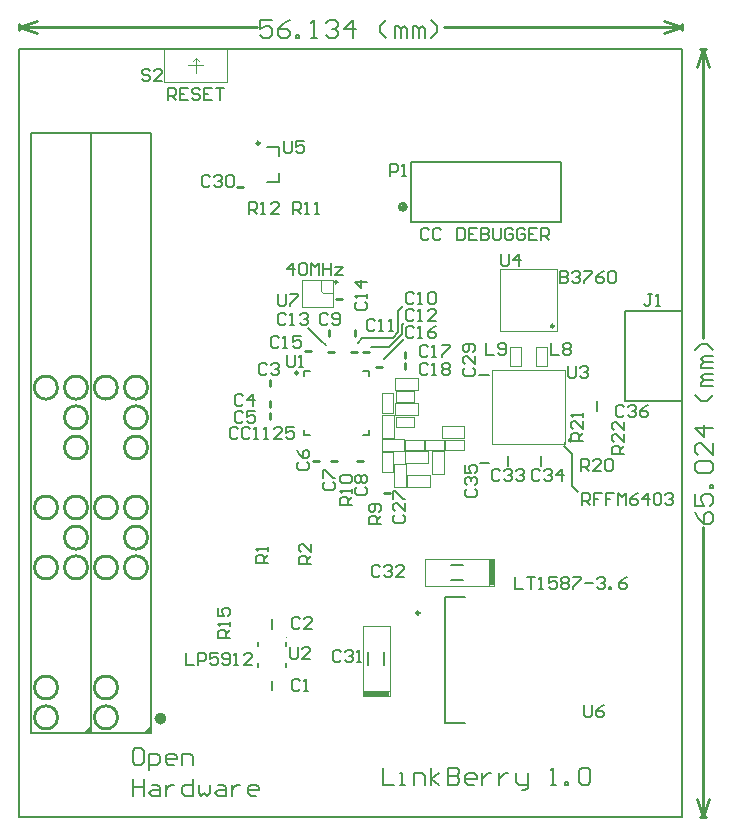
<source format=gto>
G04 Layer_Color=65535*
%FSLAX44Y44*%
%MOMM*%
G71*
G01*
G75*
%ADD42C,0.2540*%
%ADD45C,0.1778*%
%ADD49C,0.5080*%
%ADD53C,0.1524*%
%ADD73C,0.1000*%
%ADD74C,0.2500*%
%ADD75C,0.1270*%
%ADD76C,0.0600*%
%ADD77C,0.0800*%
%ADD78C,0.1400*%
%ADD79C,0.0500*%
%ADD80C,0.2000*%
%ADD81C,0.1500*%
%ADD82C,0.2032*%
%ADD83R,0.4500X2.2860*%
%ADD84R,2.2860X0.4500*%
D42*
X345050Y632500D02*
G03*
X345050Y632500I-9750J0D01*
G01*
Y581700D02*
G03*
X345050Y581700I-9750J0D01*
G01*
X395850D02*
G03*
X395850Y581700I-9750J0D01*
G01*
Y632500D02*
G03*
X395850Y632500I-9750J0D01*
G01*
X345080Y454810D02*
G03*
X345080Y454810I-9750J0D01*
G01*
Y480060D02*
G03*
X345080Y480060I-9750J0D01*
G01*
X395830D02*
G03*
X395830Y480060I-9750J0D01*
G01*
Y454810D02*
G03*
X395830Y454810I-9750J0D01*
G01*
X638207Y887000D02*
G03*
X638207Y887000I-707J0D01*
G01*
X640510D02*
G03*
X640510Y887000I-3010J0D01*
G01*
X780000Y689500D02*
G03*
X780000Y689500I-1000J0D01*
G01*
X765450Y786090D02*
G03*
X765450Y786090I-1270J0D01*
G01*
X581901Y823250D02*
G03*
X581837Y822915I-901J0D01*
G01*
X421250Y581750D02*
G03*
X421250Y581750I-9750J0D01*
G01*
Y607000D02*
G03*
X421250Y607000I-9750J0D01*
G01*
Y632500D02*
G03*
X421250Y632500I-9750J0D01*
G01*
Y683250D02*
G03*
X421250Y683250I-9750J0D01*
G01*
Y708750D02*
G03*
X421250Y708750I-9750J0D01*
G01*
Y734000D02*
G03*
X421250Y734000I-9750J0D01*
G01*
X395750D02*
G03*
X395750Y734000I-9750J0D01*
G01*
X345000D02*
G03*
X345000Y734000I-9750J0D01*
G01*
X370500D02*
G03*
X370500Y734000I-9750J0D01*
G01*
Y708750D02*
G03*
X370500Y708750I-9750J0D01*
G01*
Y683250D02*
G03*
X370500Y683250I-9750J0D01*
G01*
Y632500D02*
G03*
X370500Y632500I-9750J0D01*
G01*
Y607000D02*
G03*
X370500Y607000I-9750J0D01*
G01*
Y581750D02*
G03*
X370500Y581750I-9750J0D01*
G01*
X497210Y903748D02*
X502290D01*
X580710Y808748D02*
X585790D01*
X554460Y765248D02*
X559540D01*
X603710Y764502D02*
X608790D01*
X593210Y764498D02*
X598290D01*
X574210D02*
X579290D01*
X596748Y777960D02*
Y783040D01*
X575248Y777960D02*
Y783040D01*
X614960Y751752D02*
X620040D01*
X639502Y758960D02*
Y764040D01*
Y749960D02*
Y755040D01*
X524748Y717460D02*
Y722540D01*
Y707460D02*
Y712540D01*
X524748Y735710D02*
Y740790D01*
X561210Y672160D02*
X566290D01*
X576960D02*
X582040D01*
X598960Y672252D02*
X604040D01*
X621460Y645002D02*
X626540D01*
X312420Y1038987D02*
X514120D01*
X672060D02*
X873760D01*
X312420D02*
X327660Y1044067D01*
X312420Y1038987D02*
X327660Y1033907D01*
X858520Y1044067D02*
X873760Y1038987D01*
X858520Y1033907D02*
X873760Y1038987D01*
X312420Y1036447D02*
Y1041527D01*
X873760Y1036447D02*
Y1041527D01*
X891286Y370840D02*
Y615721D01*
Y776199D02*
Y1021080D01*
X886206Y386080D02*
X891286Y370840D01*
X896366Y386080D01*
X886206Y1005840D02*
X891286Y1021080D01*
X896366Y1005840D01*
X888746Y370840D02*
X893826D01*
X888746Y1021080D02*
X893826D01*
D45*
X498271Y698964D02*
X496578Y700657D01*
X493193D01*
X491500Y698964D01*
Y692193D01*
X493193Y690500D01*
X496578D01*
X498271Y692193D01*
X508428Y698964D02*
X506735Y700657D01*
X503349D01*
X501657Y698964D01*
Y692193D01*
X503349Y690500D01*
X506735D01*
X508428Y692193D01*
X511814Y690500D02*
X515199D01*
X513506D01*
Y700657D01*
X511814Y698964D01*
X520277Y690500D02*
X523663D01*
X521970D01*
Y700657D01*
X520277Y698964D01*
X535513Y690500D02*
X528741D01*
X535513Y697271D01*
Y698964D01*
X533820Y700657D01*
X530434D01*
X528741Y698964D01*
X545669Y700657D02*
X538898D01*
Y695578D01*
X542284Y697271D01*
X543976D01*
X545669Y695578D01*
Y692193D01*
X543976Y690500D01*
X540591D01*
X538898Y692193D01*
X539000Y761657D02*
Y753193D01*
X540693Y751500D01*
X544078D01*
X545771Y753193D01*
Y761657D01*
X549157Y751500D02*
X552542D01*
X550849D01*
Y761657D01*
X549157Y759964D01*
X454000Y509157D02*
Y499000D01*
X460771D01*
X464157D02*
Y509157D01*
X469235D01*
X470928Y507464D01*
Y504078D01*
X469235Y502386D01*
X464157D01*
X481085Y509157D02*
X474314D01*
Y504078D01*
X477699Y505771D01*
X479392D01*
X481085Y504078D01*
Y500693D01*
X479392Y499000D01*
X476006D01*
X474314Y500693D01*
X484470D02*
X486163Y499000D01*
X489548D01*
X491241Y500693D01*
Y507464D01*
X489548Y509157D01*
X486163D01*
X484470Y507464D01*
Y505771D01*
X486163Y504078D01*
X491241D01*
X494627Y499000D02*
X498013D01*
X496320D01*
Y509157D01*
X494627Y507464D01*
X509862Y499000D02*
X503091D01*
X509862Y505771D01*
Y507464D01*
X508169Y509157D01*
X504784D01*
X503091Y507464D01*
X541750Y514407D02*
Y505943D01*
X543443Y504250D01*
X546828D01*
X548521Y505943D01*
Y514407D01*
X558678Y504250D02*
X551907D01*
X558678Y511021D01*
Y512714D01*
X556985Y514407D01*
X553600D01*
X551907Y512714D01*
X537000Y942657D02*
Y934193D01*
X538693Y932500D01*
X542078D01*
X543771Y934193D01*
Y942657D01*
X553928D02*
X547157D01*
Y937578D01*
X550542Y939271D01*
X552235D01*
X553928Y937578D01*
Y934193D01*
X552235Y932500D01*
X548849D01*
X547157Y934193D01*
X423021Y1001714D02*
X421328Y1003407D01*
X417943D01*
X416250Y1001714D01*
Y1000021D01*
X417943Y998328D01*
X421328D01*
X423021Y996636D01*
Y994943D01*
X421328Y993250D01*
X417943D01*
X416250Y994943D01*
X433178Y993250D02*
X426407D01*
X433178Y1000021D01*
Y1001714D01*
X431485Y1003407D01*
X428100D01*
X426407Y1001714D01*
X825000Y678000D02*
X814843D01*
Y683078D01*
X816536Y684771D01*
X819922D01*
X821614Y683078D01*
Y678000D01*
Y681386D02*
X825000Y684771D01*
Y694928D02*
Y688157D01*
X818229Y694928D01*
X816536D01*
X814843Y693235D01*
Y689849D01*
X816536Y688157D01*
X825000Y705085D02*
Y698313D01*
X818229Y705085D01*
X816536D01*
X814843Y703392D01*
Y700006D01*
X816536Y698313D01*
X790000Y688500D02*
X779843D01*
Y693578D01*
X781536Y695271D01*
X784922D01*
X786614Y693578D01*
Y688500D01*
Y691886D02*
X790000Y695271D01*
Y705428D02*
Y698657D01*
X783229Y705428D01*
X781536D01*
X779843Y703735D01*
Y700350D01*
X781536Y698657D01*
X790000Y708813D02*
Y712199D01*
Y710506D01*
X779843D01*
X781536Y708813D01*
X788000Y663500D02*
Y673657D01*
X793078D01*
X794771Y671964D01*
Y668578D01*
X793078Y666886D01*
X788000D01*
X791386D02*
X794771Y663500D01*
X804928D02*
X798157D01*
X804928Y670271D01*
Y671964D01*
X803235Y673657D01*
X799849D01*
X798157Y671964D01*
X808313D02*
X810006Y673657D01*
X813392D01*
X815085Y671964D01*
Y665193D01*
X813392Y663500D01*
X810006D01*
X808313Y665193D01*
Y671964D01*
X507250Y881000D02*
Y891157D01*
X512328D01*
X514021Y889464D01*
Y886078D01*
X512328Y884386D01*
X507250D01*
X510636D02*
X514021Y881000D01*
X517407D02*
X520792D01*
X519100D01*
Y891157D01*
X517407Y889464D01*
X532642Y881000D02*
X525871D01*
X532642Y887771D01*
Y889464D01*
X530949Y891157D01*
X527563D01*
X525871Y889464D01*
X544250Y881000D02*
Y891157D01*
X549328D01*
X551021Y889464D01*
Y886078D01*
X549328Y884386D01*
X544250D01*
X547636D02*
X551021Y881000D01*
X554407D02*
X557792D01*
X556100D01*
Y891157D01*
X554407Y889464D01*
X562871Y881000D02*
X566256D01*
X564563D01*
Y891157D01*
X562871Y889464D01*
X618750Y618500D02*
X608593D01*
Y623578D01*
X610286Y625271D01*
X613672D01*
X615364Y623578D01*
Y618500D01*
Y621886D02*
X618750Y625271D01*
X617057Y628657D02*
X618750Y630350D01*
Y633735D01*
X617057Y635428D01*
X610286D01*
X608593Y633735D01*
Y630350D01*
X610286Y628657D01*
X611979D01*
X613672Y630350D01*
Y635428D01*
X707750Y771657D02*
Y761500D01*
X714521D01*
X717907Y763193D02*
X719600Y761500D01*
X722985D01*
X724678Y763193D01*
Y769964D01*
X722985Y771657D01*
X719600D01*
X717907Y769964D01*
Y768271D01*
X719600Y766578D01*
X724678D01*
X763250Y771407D02*
Y761250D01*
X770021D01*
X773407Y769714D02*
X775099Y771407D01*
X778485D01*
X780178Y769714D01*
Y768021D01*
X778485Y766328D01*
X780178Y764636D01*
Y762943D01*
X778485Y761250D01*
X775099D01*
X773407Y762943D01*
Y764636D01*
X775099Y766328D01*
X773407Y768021D01*
Y769714D01*
X775099Y766328D02*
X778485D01*
X824771Y717714D02*
X823078Y719407D01*
X819693D01*
X818000Y717714D01*
Y710943D01*
X819693Y709250D01*
X823078D01*
X824771Y710943D01*
X828157Y717714D02*
X829849Y719407D01*
X833235D01*
X834928Y717714D01*
Y716021D01*
X833235Y714328D01*
X831542D01*
X833235D01*
X834928Y712636D01*
Y710943D01*
X833235Y709250D01*
X829849D01*
X828157Y710943D01*
X845085Y719407D02*
X841699Y717714D01*
X838313Y714328D01*
Y710943D01*
X840006Y709250D01*
X843392D01*
X845085Y710943D01*
Y712636D01*
X843392Y714328D01*
X838313D01*
X691786Y647771D02*
X690093Y646078D01*
Y642693D01*
X691786Y641000D01*
X698557D01*
X700250Y642693D01*
Y646078D01*
X698557Y647771D01*
X691786Y651157D02*
X690093Y652850D01*
Y656235D01*
X691786Y657928D01*
X693479D01*
X695172Y656235D01*
Y654542D01*
Y656235D01*
X696864Y657928D01*
X698557D01*
X700250Y656235D01*
Y652850D01*
X698557Y651157D01*
X690093Y668085D02*
Y661313D01*
X695172D01*
X693479Y664699D01*
Y666392D01*
X695172Y668085D01*
X698557D01*
X700250Y666392D01*
Y663006D01*
X698557Y661313D01*
X753771Y663464D02*
X752078Y665157D01*
X748693D01*
X747000Y663464D01*
Y656693D01*
X748693Y655000D01*
X752078D01*
X753771Y656693D01*
X757157Y663464D02*
X758849Y665157D01*
X762235D01*
X763928Y663464D01*
Y661771D01*
X762235Y660078D01*
X760542D01*
X762235D01*
X763928Y658386D01*
Y656693D01*
X762235Y655000D01*
X758849D01*
X757157Y656693D01*
X772392Y655000D02*
Y665157D01*
X767314Y660078D01*
X774085D01*
X720021Y662964D02*
X718328Y664657D01*
X714943D01*
X713250Y662964D01*
Y656193D01*
X714943Y654500D01*
X718328D01*
X720021Y656193D01*
X723407Y662964D02*
X725099Y664657D01*
X728485D01*
X730178Y662964D01*
Y661271D01*
X728485Y659578D01*
X726792D01*
X728485D01*
X730178Y657886D01*
Y656193D01*
X728485Y654500D01*
X725099D01*
X723407Y656193D01*
X733564Y662964D02*
X735256Y664657D01*
X738642D01*
X740335Y662964D01*
Y661271D01*
X738642Y659578D01*
X736949D01*
X738642D01*
X740335Y657886D01*
Y656193D01*
X738642Y654500D01*
X735256D01*
X733564Y656193D01*
X617771Y581964D02*
X616078Y583657D01*
X612693D01*
X611000Y581964D01*
Y575193D01*
X612693Y573500D01*
X616078D01*
X617771Y575193D01*
X621157Y581964D02*
X622850Y583657D01*
X626235D01*
X627928Y581964D01*
Y580271D01*
X626235Y578578D01*
X624542D01*
X626235D01*
X627928Y576886D01*
Y575193D01*
X626235Y573500D01*
X622850D01*
X621157Y575193D01*
X638085Y573500D02*
X631313D01*
X638085Y580271D01*
Y581964D01*
X636392Y583657D01*
X633006D01*
X631313Y581964D01*
X584771Y509714D02*
X583078Y511407D01*
X579693D01*
X578000Y509714D01*
Y502943D01*
X579693Y501250D01*
X583078D01*
X584771Y502943D01*
X588157Y509714D02*
X589850Y511407D01*
X593235D01*
X594928Y509714D01*
Y508021D01*
X593235Y506328D01*
X591542D01*
X593235D01*
X594928Y504636D01*
Y502943D01*
X593235Y501250D01*
X589850D01*
X588157Y502943D01*
X598313Y501250D02*
X601699D01*
X600006D01*
Y511407D01*
X598313Y509714D01*
X474271Y912714D02*
X472578Y914407D01*
X469193D01*
X467500Y912714D01*
Y905943D01*
X469193Y904250D01*
X472578D01*
X474271Y905943D01*
X477657Y912714D02*
X479350Y914407D01*
X482735D01*
X484428Y912714D01*
Y911021D01*
X482735Y909328D01*
X481042D01*
X482735D01*
X484428Y907636D01*
Y905943D01*
X482735Y904250D01*
X479350D01*
X477657Y905943D01*
X487813Y912714D02*
X489506Y914407D01*
X492892D01*
X494585Y912714D01*
Y905943D01*
X492892Y904250D01*
X489506D01*
X487813Y905943D01*
Y912714D01*
X631036Y626521D02*
X629343Y624828D01*
Y621443D01*
X631036Y619750D01*
X637807D01*
X639500Y621443D01*
Y624828D01*
X637807Y626521D01*
X639500Y636678D02*
Y629907D01*
X632729Y636678D01*
X631036D01*
X629343Y634985D01*
Y631600D01*
X631036Y629907D01*
X629343Y640063D02*
Y646835D01*
X631036D01*
X637807Y640063D01*
X639500D01*
X848521Y813157D02*
X845136D01*
X846828D01*
Y804693D01*
X845136Y803000D01*
X843443D01*
X841750Y804693D01*
X851907Y803000D02*
X855292D01*
X853599D01*
Y813157D01*
X851907Y811464D01*
X732250Y573407D02*
Y563250D01*
X739021D01*
X742407Y573407D02*
X749178D01*
X745792D01*
Y563250D01*
X752563D02*
X755949D01*
X754256D01*
Y573407D01*
X752563Y571714D01*
X767798Y573407D02*
X761027D01*
Y568328D01*
X764413Y570021D01*
X766106D01*
X767798Y568328D01*
Y564943D01*
X766106Y563250D01*
X762720D01*
X761027Y564943D01*
X771184Y571714D02*
X772877Y573407D01*
X776263D01*
X777955Y571714D01*
Y570021D01*
X776263Y568328D01*
X777955Y566636D01*
Y564943D01*
X776263Y563250D01*
X772877D01*
X771184Y564943D01*
Y566636D01*
X772877Y568328D01*
X771184Y570021D01*
Y571714D01*
X772877Y568328D02*
X776263D01*
X781341Y573407D02*
X788112D01*
Y571714D01*
X781341Y564943D01*
Y563250D01*
X791498Y568328D02*
X798269D01*
X801654Y571714D02*
X803347Y573407D01*
X806733D01*
X808425Y571714D01*
Y570021D01*
X806733Y568328D01*
X805040D01*
X806733D01*
X808425Y566636D01*
Y564943D01*
X806733Y563250D01*
X803347D01*
X801654Y564943D01*
X811811Y563250D02*
Y564943D01*
X813504D01*
Y563250D01*
X811811D01*
X827046Y573407D02*
X823661Y571714D01*
X820275Y568328D01*
Y564943D01*
X821968Y563250D01*
X825353D01*
X827046Y564943D01*
Y566636D01*
X825353Y568328D01*
X820275D01*
X790500Y464907D02*
Y456443D01*
X792193Y454750D01*
X795578D01*
X797271Y456443D01*
Y464907D01*
X807428D02*
X804042Y463214D01*
X800657Y459828D01*
Y456443D01*
X802349Y454750D01*
X805735D01*
X807428Y456443D01*
Y458136D01*
X805735Y459828D01*
X800657D01*
X659271Y867714D02*
X657578Y869407D01*
X654193D01*
X652500Y867714D01*
Y860943D01*
X654193Y859250D01*
X657578D01*
X659271Y860943D01*
X669428Y867714D02*
X667735Y869407D01*
X664350D01*
X662657Y867714D01*
Y860943D01*
X664350Y859250D01*
X667735D01*
X669428Y860943D01*
X682970Y869407D02*
Y859250D01*
X688048D01*
X689741Y860943D01*
Y867714D01*
X688048Y869407D01*
X682970D01*
X699898D02*
X693127D01*
Y859250D01*
X699898D01*
X693127Y864328D02*
X696513D01*
X703284Y869407D02*
Y859250D01*
X708362D01*
X710055Y860943D01*
Y862636D01*
X708362Y864328D01*
X703284D01*
X708362D01*
X710055Y866021D01*
Y867714D01*
X708362Y869407D01*
X703284D01*
X713440D02*
Y860943D01*
X715133Y859250D01*
X718519D01*
X720211Y860943D01*
Y869407D01*
X730368Y867714D02*
X728675Y869407D01*
X725290D01*
X723597Y867714D01*
Y860943D01*
X725290Y859250D01*
X728675D01*
X730368Y860943D01*
Y864328D01*
X726983D01*
X740525Y867714D02*
X738832Y869407D01*
X735447D01*
X733754Y867714D01*
Y860943D01*
X735447Y859250D01*
X738832D01*
X740525Y860943D01*
Y864328D01*
X737139D01*
X750682Y869407D02*
X743911D01*
Y859250D01*
X750682D01*
X743911Y864328D02*
X747296D01*
X754067Y859250D02*
Y869407D01*
X759146D01*
X760838Y867714D01*
Y864328D01*
X759146Y862636D01*
X754067D01*
X757453D02*
X760838Y859250D01*
X627000Y912750D02*
Y922907D01*
X632078D01*
X633771Y921214D01*
Y917828D01*
X632078Y916136D01*
X627000D01*
X637157Y912750D02*
X640542D01*
X638849D01*
Y922907D01*
X637157Y921214D01*
X559500Y584500D02*
X549343D01*
Y589578D01*
X551036Y591271D01*
X554422D01*
X556115Y589578D01*
Y584500D01*
Y587886D02*
X559500Y591271D01*
Y601428D02*
Y594657D01*
X552729Y601428D01*
X551036D01*
X549343Y599735D01*
Y596349D01*
X551036Y594657D01*
X523250Y585750D02*
X513093D01*
Y590828D01*
X514786Y592521D01*
X518172D01*
X519865Y590828D01*
Y585750D01*
Y589136D02*
X523250Y592521D01*
Y595907D02*
Y599292D01*
Y597599D01*
X513093D01*
X514786Y595907D01*
X594000Y634750D02*
X583843D01*
Y639828D01*
X585536Y641521D01*
X588922D01*
X590614Y639828D01*
Y634750D01*
Y638136D02*
X594000Y641521D01*
Y644907D02*
Y648292D01*
Y646600D01*
X583843D01*
X585536Y644907D01*
Y653371D02*
X583843Y655063D01*
Y658449D01*
X585536Y660142D01*
X592307D01*
X594000Y658449D01*
Y655063D01*
X592307Y653371D01*
X585536D01*
X550021Y485714D02*
X548328Y487407D01*
X544943D01*
X543250Y485714D01*
Y478943D01*
X544943Y477250D01*
X548328D01*
X550021Y478943D01*
X553407Y477250D02*
X556792D01*
X555099D01*
Y487407D01*
X553407Y485714D01*
X550021Y537714D02*
X548328Y539407D01*
X544943D01*
X543250Y537714D01*
Y530943D01*
X544943Y529250D01*
X548328D01*
X550021Y530943D01*
X560178Y529250D02*
X553407D01*
X560178Y536021D01*
Y537714D01*
X558485Y539407D01*
X555099D01*
X553407Y537714D01*
X522521Y752964D02*
X520828Y754657D01*
X517443D01*
X515750Y752964D01*
Y746193D01*
X517443Y744500D01*
X520828D01*
X522521Y746193D01*
X525907Y752964D02*
X527599Y754657D01*
X530985D01*
X532678Y752964D01*
Y751271D01*
X530985Y749578D01*
X529292D01*
X530985D01*
X532678Y747886D01*
Y746193D01*
X530985Y744500D01*
X527599D01*
X525907Y746193D01*
X502521Y726964D02*
X500828Y728657D01*
X497443D01*
X495750Y726964D01*
Y720193D01*
X497443Y718500D01*
X500828D01*
X502521Y720193D01*
X510985Y718500D02*
Y728657D01*
X505907Y723578D01*
X512678D01*
X502521Y712464D02*
X500828Y714157D01*
X497443D01*
X495750Y712464D01*
Y705693D01*
X497443Y704000D01*
X500828D01*
X502521Y705693D01*
X512678Y714157D02*
X505907D01*
Y709078D01*
X509292Y710771D01*
X510985D01*
X512678Y709078D01*
Y705693D01*
X510985Y704000D01*
X507599D01*
X505907Y705693D01*
X549286Y670771D02*
X547593Y669078D01*
Y665693D01*
X549286Y664000D01*
X556057D01*
X557750Y665693D01*
Y669078D01*
X556057Y670771D01*
X547593Y680928D02*
X549286Y677542D01*
X552672Y674157D01*
X556057D01*
X557750Y675850D01*
Y679235D01*
X556057Y680928D01*
X554364D01*
X552672Y679235D01*
Y674157D01*
X571786Y654271D02*
X570093Y652578D01*
Y649193D01*
X571786Y647500D01*
X578557D01*
X580250Y649193D01*
Y652578D01*
X578557Y654271D01*
X570093Y657657D02*
Y664428D01*
X571786D01*
X578557Y657657D01*
X580250D01*
X599036Y650021D02*
X597343Y648328D01*
Y644943D01*
X599036Y643250D01*
X605807D01*
X607500Y644943D01*
Y648328D01*
X605807Y650021D01*
X599036Y653407D02*
X597343Y655099D01*
Y658485D01*
X599036Y660178D01*
X600729D01*
X602422Y658485D01*
X604114Y660178D01*
X605807D01*
X607500Y658485D01*
Y655099D01*
X605807Y653407D01*
X604114D01*
X602422Y655099D01*
X600729Y653407D01*
X599036D01*
X602422Y655099D02*
Y658485D01*
X573771Y795714D02*
X572078Y797407D01*
X568693D01*
X567000Y795714D01*
Y788943D01*
X568693Y787250D01*
X572078D01*
X573771Y788943D01*
X577157D02*
X578849Y787250D01*
X582235D01*
X583928Y788943D01*
Y795714D01*
X582235Y797407D01*
X578849D01*
X577157Y795714D01*
Y794021D01*
X578849Y792328D01*
X583928D01*
X646521Y812964D02*
X644828Y814657D01*
X641443D01*
X639750Y812964D01*
Y806193D01*
X641443Y804500D01*
X644828D01*
X646521Y806193D01*
X649907Y804500D02*
X653292D01*
X651600D01*
Y814657D01*
X649907Y812964D01*
X658371D02*
X660063Y814657D01*
X663449D01*
X665142Y812964D01*
Y806193D01*
X663449Y804500D01*
X660063D01*
X658371Y806193D01*
Y812964D01*
X614271Y790464D02*
X612578Y792157D01*
X609193D01*
X607500Y790464D01*
Y783693D01*
X609193Y782000D01*
X612578D01*
X614271Y783693D01*
X617657Y782000D02*
X621042D01*
X619350D01*
Y792157D01*
X617657Y790464D01*
X626121Y782000D02*
X629506D01*
X627813D01*
Y792157D01*
X626121Y790464D01*
X646771Y798464D02*
X645078Y800157D01*
X641693D01*
X640000Y798464D01*
Y791693D01*
X641693Y790000D01*
X645078D01*
X646771Y791693D01*
X650157Y790000D02*
X653542D01*
X651850D01*
Y800157D01*
X650157Y798464D01*
X665392Y790000D02*
X658621D01*
X665392Y796771D01*
Y798464D01*
X663699Y800157D01*
X660313D01*
X658621Y798464D01*
X538771Y795714D02*
X537078Y797407D01*
X533693D01*
X532000Y795714D01*
Y788943D01*
X533693Y787250D01*
X537078D01*
X538771Y788943D01*
X542157Y787250D02*
X545542D01*
X543849D01*
Y797407D01*
X542157Y795714D01*
X550621D02*
X552313Y797407D01*
X555699D01*
X557392Y795714D01*
Y794021D01*
X555699Y792328D01*
X554006D01*
X555699D01*
X557392Y790636D01*
Y788943D01*
X555699Y787250D01*
X552313D01*
X550621Y788943D01*
X598286Y806271D02*
X596593Y804578D01*
Y801193D01*
X598286Y799500D01*
X605057D01*
X606750Y801193D01*
Y804578D01*
X605057Y806271D01*
X606750Y809657D02*
Y813042D01*
Y811349D01*
X596593D01*
X598286Y809657D01*
X606750Y823199D02*
X596593D01*
X601672Y818121D01*
Y824892D01*
X533021Y775714D02*
X531328Y777407D01*
X527943D01*
X526250Y775714D01*
Y768943D01*
X527943Y767250D01*
X531328D01*
X533021Y768943D01*
X536407Y767250D02*
X539792D01*
X538100D01*
Y777407D01*
X536407Y775714D01*
X551642Y777407D02*
X544871D01*
Y772328D01*
X548256Y774021D01*
X549949D01*
X551642Y772328D01*
Y768943D01*
X549949Y767250D01*
X546563D01*
X544871Y768943D01*
X647021Y784214D02*
X645328Y785907D01*
X641943D01*
X640250Y784214D01*
Y777443D01*
X641943Y775750D01*
X645328D01*
X647021Y777443D01*
X650407Y775750D02*
X653792D01*
X652100D01*
Y785907D01*
X650407Y784214D01*
X665642Y785907D02*
X662256Y784214D01*
X658871Y780828D01*
Y777443D01*
X660563Y775750D01*
X663949D01*
X665642Y777443D01*
Y779136D01*
X663949Y780828D01*
X658871D01*
X658771Y767964D02*
X657078Y769657D01*
X653693D01*
X652000Y767964D01*
Y761193D01*
X653693Y759500D01*
X657078D01*
X658771Y761193D01*
X662157Y759500D02*
X665542D01*
X663849D01*
Y769657D01*
X662157Y767964D01*
X670621Y769657D02*
X677392D01*
Y767964D01*
X670621Y761193D01*
Y759500D01*
X658771Y752964D02*
X657078Y754657D01*
X653693D01*
X652000Y752964D01*
Y746193D01*
X653693Y744500D01*
X657078D01*
X658771Y746193D01*
X662157Y744500D02*
X665542D01*
X663849D01*
Y754657D01*
X662157Y752964D01*
X670621D02*
X672313Y754657D01*
X675699D01*
X677392Y752964D01*
Y751271D01*
X675699Y749578D01*
X677392Y747886D01*
Y746193D01*
X675699Y744500D01*
X672313D01*
X670621Y746193D01*
Y747886D01*
X672313Y749578D01*
X670621Y751271D01*
Y752964D01*
X672313Y749578D02*
X675699D01*
X491250Y522250D02*
X481093D01*
Y527328D01*
X482786Y529021D01*
X486172D01*
X487864Y527328D01*
Y522250D01*
Y525636D02*
X491250Y529021D01*
Y532407D02*
Y535792D01*
Y534100D01*
X481093D01*
X482786Y532407D01*
X481093Y547642D02*
Y540871D01*
X486172D01*
X484479Y544256D01*
Y545949D01*
X486172Y547642D01*
X489557D01*
X491250Y545949D01*
Y542564D01*
X489557Y540871D01*
X531750Y812907D02*
Y804443D01*
X533443Y802750D01*
X536828D01*
X538521Y804443D01*
Y812907D01*
X541907D02*
X548678D01*
Y811214D01*
X541907Y804443D01*
Y802750D01*
X788750Y634500D02*
Y644657D01*
X793828D01*
X795521Y642964D01*
Y639578D01*
X793828Y637886D01*
X788750D01*
X792136D02*
X795521Y634500D01*
X805678Y644657D02*
X798907D01*
Y639578D01*
X802292D01*
X798907D01*
Y634500D01*
X815835Y644657D02*
X809063D01*
Y639578D01*
X812449D01*
X809063D01*
Y634500D01*
X819220D02*
Y644657D01*
X822606Y641271D01*
X825991Y644657D01*
Y634500D01*
X836148Y644657D02*
X832763Y642964D01*
X829377Y639578D01*
Y636193D01*
X831070Y634500D01*
X834455D01*
X836148Y636193D01*
Y637886D01*
X834455Y639578D01*
X829377D01*
X844612Y634500D02*
Y644657D01*
X839534Y639578D01*
X846305D01*
X849690Y642964D02*
X851383Y644657D01*
X854769D01*
X856461Y642964D01*
Y636193D01*
X854769Y634500D01*
X851383D01*
X849690Y636193D01*
Y642964D01*
X859847D02*
X861540Y644657D01*
X864925D01*
X866618Y642964D01*
Y641271D01*
X864925Y639578D01*
X863233D01*
X864925D01*
X866618Y637886D01*
Y636193D01*
X864925Y634500D01*
X861540D01*
X859847Y636193D01*
X777500Y751907D02*
Y743443D01*
X779193Y741750D01*
X782578D01*
X784271Y743443D01*
Y751907D01*
X787657Y750214D02*
X789350Y751907D01*
X792735D01*
X794428Y750214D01*
Y748521D01*
X792735Y746828D01*
X791042D01*
X792735D01*
X794428Y745136D01*
Y743443D01*
X792735Y741750D01*
X789350D01*
X787657Y743443D01*
X690286Y750271D02*
X688593Y748578D01*
Y745193D01*
X690286Y743500D01*
X697057D01*
X698750Y745193D01*
Y748578D01*
X697057Y750271D01*
X698750Y760428D02*
Y753657D01*
X691979Y760428D01*
X690286D01*
X688593Y758735D01*
Y755350D01*
X690286Y753657D01*
X697057Y763813D02*
X698750Y765506D01*
Y768892D01*
X697057Y770585D01*
X690286D01*
X688593Y768892D01*
Y765506D01*
X690286Y763813D01*
X691979D01*
X693672Y765506D01*
Y770585D01*
X770750Y832407D02*
Y822250D01*
X775828D01*
X777521Y823943D01*
Y825636D01*
X775828Y827328D01*
X770750D01*
X775828D01*
X777521Y829021D01*
Y830714D01*
X775828Y832407D01*
X770750D01*
X780907Y830714D02*
X782599Y832407D01*
X785985D01*
X787678Y830714D01*
Y829021D01*
X785985Y827328D01*
X784292D01*
X785985D01*
X787678Y825636D01*
Y823943D01*
X785985Y822250D01*
X782599D01*
X780907Y823943D01*
X791063Y832407D02*
X797835D01*
Y830714D01*
X791063Y823943D01*
Y822250D01*
X807991Y832407D02*
X804606Y830714D01*
X801220Y827328D01*
Y823943D01*
X802913Y822250D01*
X806299D01*
X807991Y823943D01*
Y825636D01*
X806299Y827328D01*
X801220D01*
X811377Y830714D02*
X813070Y832407D01*
X816455D01*
X818148Y830714D01*
Y823943D01*
X816455Y822250D01*
X813070D01*
X811377Y823943D01*
Y830714D01*
X720250Y847157D02*
Y838693D01*
X721943Y837000D01*
X725328D01*
X727021Y838693D01*
Y847157D01*
X735485Y837000D02*
Y847157D01*
X730407Y842078D01*
X737178D01*
X438250Y977250D02*
Y987407D01*
X443328D01*
X445021Y985714D01*
Y982328D01*
X443328Y980636D01*
X438250D01*
X441636D02*
X445021Y977250D01*
X455178Y987407D02*
X448407D01*
Y977250D01*
X455178D01*
X448407Y982328D02*
X451792D01*
X465335Y985714D02*
X463642Y987407D01*
X460256D01*
X458563Y985714D01*
Y984021D01*
X460256Y982328D01*
X463642D01*
X465335Y980636D01*
Y978943D01*
X463642Y977250D01*
X460256D01*
X458563Y978943D01*
X475491Y987407D02*
X468720D01*
Y977250D01*
X475491D01*
X468720Y982328D02*
X472106D01*
X478877Y987407D02*
X485648D01*
X482262D01*
Y977250D01*
X544578Y829000D02*
Y839157D01*
X539500Y834078D01*
X546271D01*
X549657Y837464D02*
X551349Y839157D01*
X554735D01*
X556428Y837464D01*
Y830693D01*
X554735Y829000D01*
X551349D01*
X549657Y830693D01*
Y837464D01*
X559813Y829000D02*
Y839157D01*
X563199Y835771D01*
X566585Y839157D01*
Y829000D01*
X569970Y839157D02*
Y829000D01*
Y834078D01*
X576741D01*
Y839157D01*
Y829000D01*
X580127Y835771D02*
X586898D01*
X580127Y829000D01*
X586898D01*
X312420Y370840D02*
X873760D01*
X312420D02*
Y1021080D01*
X873760D01*
Y370840D02*
Y1021080D01*
D49*
X434790Y453750D02*
G03*
X434790Y453750I-2540J0D01*
G01*
D53*
X774000Y684500D02*
Y684500D01*
Y684500D02*
X780500Y678000D01*
Y651000D02*
Y678000D01*
Y651000D02*
X786000Y645500D01*
X702501Y669749D02*
X710500D01*
X726501Y668001D02*
Y676000D01*
X754499Y668000D02*
Y675999D01*
X527001Y529891D02*
Y537890D01*
Y477891D02*
Y485890D01*
X802251Y714501D02*
Y722500D01*
X702000Y744751D02*
X709999D01*
X568500Y773500D02*
X568500D01*
X557250Y784750D02*
X568500Y773500D01*
X568500D02*
X572000Y770000D01*
X621500Y758250D02*
X638500Y775250D01*
X610500Y768000D02*
X625500D01*
X636750Y779250D01*
Y787000D01*
X638750Y789000D01*
X599250Y772000D02*
Y772000D01*
X603250Y776000D01*
X628750D01*
X633500Y780750D01*
Y799000D01*
X638000Y803500D01*
X526817Y1045080D02*
X516660D01*
Y1037463D01*
X521739Y1040002D01*
X524278D01*
X526817Y1037463D01*
Y1032385D01*
X524278Y1029846D01*
X519199D01*
X516660Y1032385D01*
X542052Y1045080D02*
X536974Y1042541D01*
X531895Y1037463D01*
Y1032385D01*
X534435Y1029846D01*
X539513D01*
X542052Y1032385D01*
Y1034924D01*
X539513Y1037463D01*
X531895D01*
X547130Y1029846D02*
Y1032385D01*
X549670D01*
Y1029846D01*
X547130D01*
X559826D02*
X564905D01*
X562365D01*
Y1045080D01*
X559826Y1042541D01*
X572522D02*
X575061Y1045080D01*
X580140D01*
X582679Y1042541D01*
Y1040002D01*
X580140Y1037463D01*
X577601D01*
X580140D01*
X582679Y1034924D01*
Y1032385D01*
X580140Y1029846D01*
X575061D01*
X572522Y1032385D01*
X595375Y1029846D02*
Y1045080D01*
X587757Y1037463D01*
X597914D01*
X623306Y1029846D02*
X618227Y1034924D01*
Y1040002D01*
X623306Y1045080D01*
X630923Y1029846D02*
Y1040002D01*
X633462D01*
X636002Y1037463D01*
Y1029846D01*
Y1037463D01*
X638541Y1040002D01*
X641080Y1037463D01*
Y1029846D01*
X646158D02*
Y1040002D01*
X648698D01*
X651237Y1037463D01*
Y1029846D01*
Y1037463D01*
X653776Y1040002D01*
X656315Y1037463D01*
Y1029846D01*
X661393D02*
X666472Y1034924D01*
Y1040002D01*
X661393Y1045080D01*
X885192Y628417D02*
X887732Y623339D01*
X892810Y618261D01*
X897888D01*
X900427Y620800D01*
Y625878D01*
X897888Y628417D01*
X895349D01*
X892810Y625878D01*
Y618261D01*
X885192Y643652D02*
Y633496D01*
X892810D01*
X890271Y638574D01*
Y641113D01*
X892810Y643652D01*
X897888D01*
X900427Y641113D01*
Y636035D01*
X897888Y633496D01*
X900427Y648731D02*
X897888D01*
Y651270D01*
X900427D01*
Y648731D01*
X887732Y661427D02*
X885192Y663966D01*
Y669044D01*
X887732Y671583D01*
X897888D01*
X900427Y669044D01*
Y663966D01*
X897888Y661427D01*
X887732D01*
X900427Y686818D02*
Y676662D01*
X890271Y686818D01*
X887732D01*
X885192Y684279D01*
Y679201D01*
X887732Y676662D01*
X900427Y699514D02*
X885192D01*
X892810Y691897D01*
Y702054D01*
X900427Y727445D02*
X895349Y722367D01*
X890271D01*
X885192Y727445D01*
X900427Y735063D02*
X890271D01*
Y737602D01*
X892810Y740141D01*
X900427D01*
X892810D01*
X890271Y742680D01*
X892810Y745220D01*
X900427D01*
Y750298D02*
X890271D01*
Y752837D01*
X892810Y755376D01*
X900427D01*
X892810D01*
X890271Y757915D01*
X892810Y760455D01*
X900427D01*
Y765533D02*
X895349Y770611D01*
X890271D01*
X885192Y765533D01*
D73*
X538700Y522450D02*
G03*
X538700Y522450I-500J0D01*
G01*
D74*
X651500Y543150D02*
G03*
X651500Y543150I-1250J0D01*
G01*
X516250Y941000D02*
G03*
X516250Y941000I-1250J0D01*
G01*
X548750Y746500D02*
G03*
X548750Y746500I-1250J0D01*
G01*
D75*
X370840Y444500D02*
X373380Y441960D01*
Y444500D01*
X370840D02*
X373380D01*
X370840Y441960D02*
Y444500D01*
X421640Y441960D02*
Y444500D01*
X424180D01*
X421640D02*
X424180Y441960D01*
X421640D02*
X424180Y444500D01*
X419100Y441960D02*
X424180Y447040D01*
X368300Y441960D02*
X373380Y447040D01*
X825850Y799100D02*
X872840D01*
X825850Y749570D02*
Y799100D01*
Y722900D02*
X833470D01*
X825850Y729250D02*
Y749570D01*
Y722900D02*
Y729250D01*
Y722900D02*
X829660D01*
X872840D01*
D76*
X774000Y686500D02*
Y687500D01*
X775000D01*
X774000D02*
X775000Y686500D01*
X773000D02*
X775000D01*
X773000D02*
X775000Y688500D01*
X710500Y588930D02*
X715000D01*
Y566070D02*
Y588930D01*
X710500Y566070D02*
X715000D01*
X626180Y472750D02*
Y477250D01*
X603320Y472750D02*
X626180D01*
X603320D02*
Y477250D01*
X719730Y782280D02*
Y834350D01*
X767990D01*
Y782280D02*
Y834350D01*
X719730Y782280D02*
X767990D01*
X728500Y768500D02*
X737500D01*
X728500Y752500D02*
Y768500D01*
Y752500D02*
X737500D01*
Y768500D01*
X750500Y752500D02*
X759500D01*
Y768500D01*
X750500D02*
X759500D01*
X750500Y752500D02*
Y768500D01*
X488670Y992780D02*
Y1020720D01*
X435330D02*
X488670D01*
X435330Y992780D02*
Y1020720D01*
Y992780D02*
X488670D01*
X455650Y1006750D02*
X468350D01*
X462000Y1013100D02*
X464540Y1010560D01*
X459460D02*
X462000Y1013100D01*
Y1000400D02*
Y1013100D01*
X576219Y813875D02*
X578250D01*
X570125D02*
X572156D01*
X576219D01*
X568500Y815500D02*
X570125Y813875D01*
X568500Y815500D02*
Y825250D01*
X551750Y802500D02*
Y825250D01*
Y802500D02*
X578250D01*
Y825250D01*
X551750D02*
X578250D01*
X631170Y731920D02*
Y742080D01*
Y731920D02*
X650220D01*
Y742080D01*
X631170D02*
X650220D01*
X619674Y712114D02*
Y729386D01*
X629326D01*
Y712114D02*
Y729386D01*
X619674Y712114D02*
X629326D01*
X660080Y649920D02*
Y660080D01*
X641030D02*
X660080D01*
X641030Y649920D02*
Y660080D01*
Y649920D02*
X660080D01*
X629920D02*
X640080D01*
Y668970D01*
X629920D02*
X640080D01*
X629920Y649920D02*
Y668970D01*
X662420Y660920D02*
X672580D01*
Y679970D01*
X662420D02*
X672580D01*
X662420Y660920D02*
Y679970D01*
X689500Y681000D02*
Y690000D01*
X673500D02*
X689500D01*
X673500Y681000D02*
Y690000D01*
Y681000D02*
X689500D01*
X670420Y691170D02*
Y701330D01*
Y691170D02*
X689470D01*
Y701330D01*
X670420D02*
X689470D01*
X672500Y681000D02*
Y690000D01*
X656500D02*
X672500D01*
X656500Y681000D02*
Y690000D01*
Y681000D02*
X672500D01*
X639420Y669920D02*
Y680080D01*
Y669920D02*
X658470D01*
Y680080D01*
X639420D02*
X658470D01*
X619424Y662114D02*
Y679386D01*
X629076D01*
Y662114D02*
Y679386D01*
X619424Y662114D02*
X629076D01*
X655500Y681000D02*
Y690000D01*
X639500D02*
X655500D01*
X639500Y681000D02*
Y690000D01*
Y681000D02*
X655500D01*
X619420Y680420D02*
Y690580D01*
Y680420D02*
X638470D01*
Y690580D01*
X619420D02*
X638470D01*
X647250Y700250D02*
Y709250D01*
X631250D02*
X647250D01*
X631250Y700250D02*
Y709250D01*
Y700250D02*
X647250D01*
X619420Y691670D02*
X629580D01*
Y710720D01*
X619420D02*
X629580D01*
X619420Y691670D02*
Y710720D01*
X631170Y710420D02*
Y720580D01*
Y710420D02*
X650220D01*
Y720580D01*
X631170D02*
X650220D01*
X647250Y721750D02*
Y730750D01*
X631250D02*
X647250D01*
X631250Y721750D02*
Y730750D01*
Y721750D02*
X647250D01*
D77*
X775000Y686500D02*
Y748500D01*
X713000D02*
X775000D01*
X713000Y686500D02*
Y748500D01*
Y686500D02*
X775000D01*
D78*
X538200Y515400D02*
Y518750D01*
Y497750D02*
Y501100D01*
X514800Y515400D02*
Y518750D01*
Y497750D02*
Y501100D01*
D79*
X710500Y566070D02*
Y588930D01*
X656000Y566070D02*
X710500D01*
X656000D02*
Y588930D01*
X710500D01*
X603320Y477250D02*
X626180D01*
X603320D02*
Y531750D01*
X626180D01*
Y477250D02*
Y531750D01*
D80*
X678000Y584000D02*
X688500D01*
X678000Y571000D02*
X688500D01*
X672750Y450250D02*
X690250D01*
X672750D02*
Y557000D01*
X690500D01*
X621250Y499250D02*
Y509750D01*
X608250Y499250D02*
Y509750D01*
X771750Y874150D02*
Y924950D01*
X644750Y874150D02*
Y924950D01*
X771750D01*
X644750Y874150D02*
X771750D01*
X532500Y908000D02*
Y916000D01*
X522500Y908000D02*
X532500D01*
Y930000D02*
Y938000D01*
X522500D02*
X532500D01*
X424180Y441960D02*
Y949960D01*
X373380Y441960D02*
Y949960D01*
Y441960D02*
X424180D01*
X373380Y949960D02*
X424180D01*
X373380Y441960D02*
Y949960D01*
X322580Y441960D02*
Y949960D01*
Y441960D02*
X373380D01*
X322580Y949960D02*
X373380D01*
D81*
X554000Y743400D02*
Y748000D01*
X558600D01*
X603900D02*
X608500D01*
Y743400D02*
Y748000D01*
Y693500D02*
Y698100D01*
X603900Y693500D02*
X608500D01*
X554000D02*
Y698100D01*
Y693500D02*
X558600D01*
D82*
X415765Y428788D02*
X411110D01*
X408782Y426460D01*
Y417150D01*
X411110Y414823D01*
X415765D01*
X418092Y417150D01*
Y426460D01*
X415765Y428788D01*
X422747Y410167D02*
Y424133D01*
X429730D01*
X432058Y421805D01*
Y417150D01*
X429730Y414823D01*
X422747D01*
X443696D02*
X439040D01*
X436713Y417150D01*
Y421805D01*
X439040Y424133D01*
X443696D01*
X446023Y421805D01*
Y419478D01*
X436713D01*
X450678Y414823D02*
Y424133D01*
X457661D01*
X459989Y421805D01*
Y414823D01*
X408782Y402497D02*
Y388532D01*
Y395515D01*
X418092D01*
Y402497D01*
Y388532D01*
X425075Y397842D02*
X429730D01*
X432058Y395515D01*
Y388532D01*
X425075D01*
X422747Y390860D01*
X425075Y393187D01*
X432058D01*
X436713Y397842D02*
Y388532D01*
Y393187D01*
X439040Y395515D01*
X441368Y397842D01*
X443696D01*
X459989Y402497D02*
Y388532D01*
X453006D01*
X450678Y390860D01*
Y395515D01*
X453006Y397842D01*
X459989D01*
X464644D02*
Y390860D01*
X466972Y388532D01*
X469299Y390860D01*
X471627Y388532D01*
X473954Y390860D01*
Y397842D01*
X480937D02*
X485592D01*
X487920Y395515D01*
Y388532D01*
X480937D01*
X478609Y390860D01*
X480937Y393187D01*
X487920D01*
X492575Y397842D02*
Y388532D01*
Y393187D01*
X494902Y395515D01*
X497230Y397842D01*
X499558D01*
X513523Y388532D02*
X508868D01*
X506540Y390860D01*
Y395515D01*
X508868Y397842D01*
X513523D01*
X515851Y395515D01*
Y393187D01*
X506540D01*
X620250Y412223D02*
Y397750D01*
X629899D01*
X634723D02*
X639548D01*
X637136D01*
Y407399D01*
X634723D01*
X646784Y397750D02*
Y407399D01*
X654021D01*
X656433Y404987D01*
Y397750D01*
X661258D02*
Y412223D01*
Y402575D02*
X668494Y407399D01*
X661258Y402575D02*
X668494Y397750D01*
X675731Y412223D02*
Y397750D01*
X682968D01*
X685380Y400162D01*
Y402575D01*
X682968Y404987D01*
X675731D01*
X682968D01*
X685380Y407399D01*
Y409811D01*
X682968Y412223D01*
X675731D01*
X697441Y397750D02*
X692617D01*
X690204Y400162D01*
Y404987D01*
X692617Y407399D01*
X697441D01*
X699853Y404987D01*
Y402575D01*
X690204D01*
X704678Y407399D02*
Y397750D01*
Y402575D01*
X707090Y404987D01*
X709502Y407399D01*
X711914D01*
X719151D02*
Y397750D01*
Y402575D01*
X721563Y404987D01*
X723976Y407399D01*
X726388D01*
X733624D02*
Y400162D01*
X736037Y397750D01*
X743273D01*
Y395338D01*
X740861Y392926D01*
X738449D01*
X743273Y397750D02*
Y407399D01*
X762571Y397750D02*
X767395D01*
X764983D01*
Y412223D01*
X762571Y409811D01*
X774632Y397750D02*
Y400162D01*
X777044D01*
Y397750D01*
X774632D01*
X786693Y409811D02*
X789105Y412223D01*
X793930D01*
X796342Y409811D01*
Y400162D01*
X793930Y397750D01*
X789105D01*
X786693Y400162D01*
Y409811D01*
D83*
X712750Y577502D02*
D03*
D84*
X614747Y475000D02*
D03*
M02*

</source>
